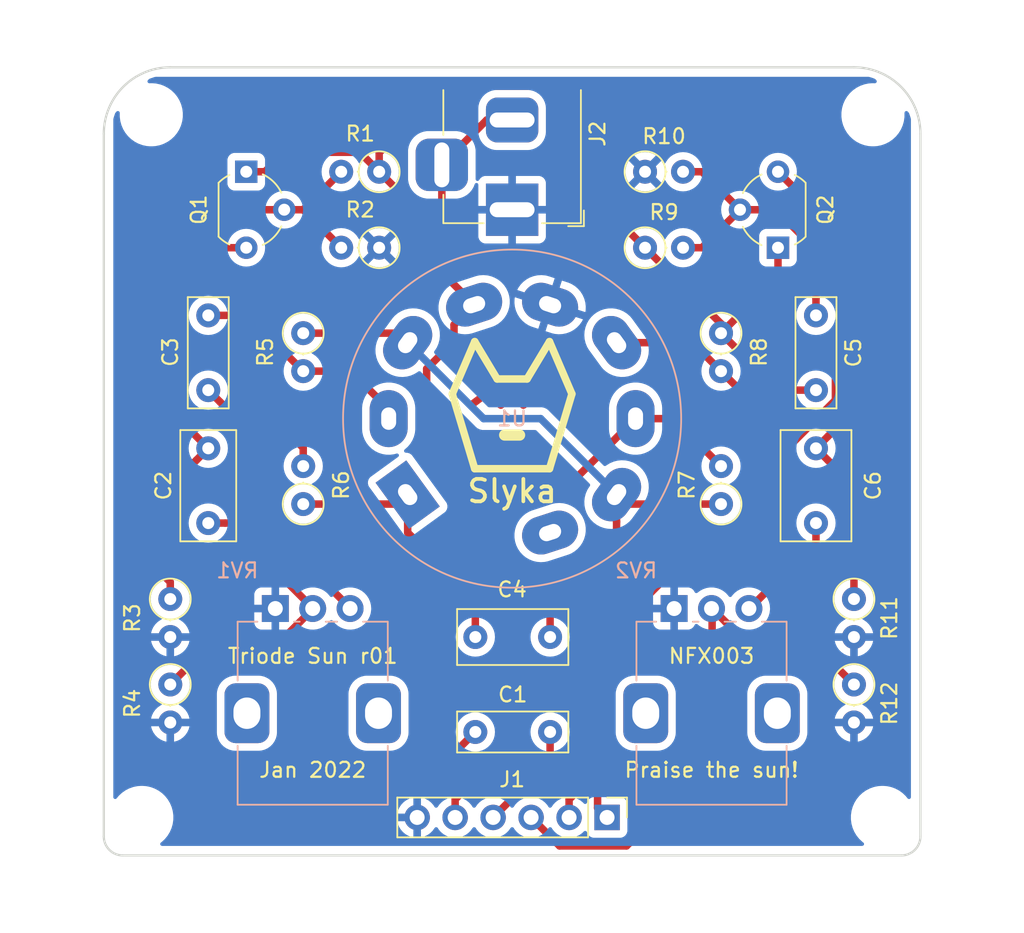
<source format=kicad_pcb>
(kicad_pcb (version 20211014) (generator pcbnew)
  (title_block (title "Triode Sun") (date "2022-01-21") (rev "${REVISION}") (company "${COMPANY}") (comment 1 "${LICENSE}"))
  (layers (0 "F.Cu" signal) (31 "B.Cu" signal) (36 "B.SilkS" user "B.Silkscreen") (37 "F.SilkS" user "F.Silkscreen") (38 "B.Mask" user) (39 "F.Mask" user) (44 "Edge.Cuts" user))
  (property "CODE" "NFX003")
  (property "COMPANY" "Nuclear Lighthouse Studios")
  (property "DATE" "Jan 2022")
  (property "LICENSE" "CC BY-NC-SA")
  (property "REVISION" "r01")
  (property "YEAR" "2022")
  (net 0 "")
  (net 1 "GND")
  (net 2 "+9V")
  (net 3 "Input")
  (net 4 "Output")
  (net 5 "+9VA")
  (net 6 "Net-(C1-Pad1)")
  (net 7 "Net-(C2-Pad2)")
  (net 8 "Net-(C2-Pad1)")
  (net 9 "Net-(C3-Pad2)")
  (net 10 "Net-(C3-Pad1)")
  (net 11 "Net-(C4-Pad1)")
  (net 12 "Net-(C5-Pad1)")
  (net 13 "Net-(C6-Pad2)")
  (net 14 "Net-(C6-Pad1)")
  (net 15 "Net-(C5-Pad2)")
  (net 16 "Net-(C4-Pad2)")
  (net 17 "-9VA")
  (footprint "NLS:BarrelJack_Horizontal_Short" (layer "F.Cu") (at 115.57 62.865 -90)
    (fp_text reference "J2" (at -5.08 -5.715 -90) (layer "F.SilkS"))
    (fp_text value "Barrel_Jack_Switch")
    (fp_line (start -5 4.6) (end -8 4.6) (layer "F.SilkS") (width 0.12))
    (fp_line (start 0.9 4.6) (end -1 4.6) (layer "F.SilkS") (width 0.12))
    (fp_line (start 0.05 -4.8) (end 1.1 -4.8) (layer "F.SilkS") (width 0.12))
    (fp_line (start 0.9 -4.6) (end 0.9 -2) (layer "F.SilkS") (width 0.12))
    (fp_line (start -8 -4.6) (end 0.9 -4.6) (layer "F.SilkS") (width 0.12))
    (fp_line (start 0.9 1.9) (end 0.9 4.6) (layer "F.SilkS") (width 0.12))
    (fp_line (start 1.1 -3.75) (end 1.1 -4.8) (layer "F.SilkS") (width 0.12))
    (pad "1" thru_hole rect locked (at 0 0 270) (size 3.5 3.5) (drill oval 1 3) (layers *.Cu *.Mask) (net 1 "GND"))
    (pad "2" thru_hole roundrect locked (at -6 0 270) (size 3 3.5) (drill oval 1 3) (layers *.Cu *.Mask) (net 2 "+9V"))
    (pad "3" thru_hole roundrect locked (at -3 4.7 270) (size 3.5 3.5) (drill oval 3 1) (layers *.Cu *.Mask) (net 2 "+9V"))
  )
  (footprint "Connector_PinHeader_2.54mm:PinHeader_1x06_P2.54mm_Vertical" (layer "F.Cu") (at 121.92 103.505 -90)
    (fp_text reference "J1" (at -2.54 6.35 180) (layer "F.SilkS"))
    (fp_text value "Conn_01x06_Female")
    (fp_line (start -1.33 1.27) (end 1.33 1.27) (layer "F.SilkS") (width 0.12))
    (fp_line (start -1.33 0) (end -1.33 -1.33) (layer "F.SilkS") (width 0.12))
    (fp_line (start -1.33 14.03) (end 1.33 14.03) (layer "F.SilkS") (width 0.12))
    (fp_line (start -1.33 -1.33) (end 0 -1.33) (layer "F.SilkS") (width 0.12))
    (fp_line (start -1.33 1.27) (end -1.33 14.03) (layer "F.SilkS") (width 0.12))
    (fp_line (start 1.33 1.27) (end 1.33 14.03) (layer "F.SilkS") (width 0.12))
    (pad "1" thru_hole rect (at 0 0 270) (size 1.7 1.7) (drill 1) (layers *.Cu *.Mask) (net 5 "+9VA"))
    (pad "2" thru_hole oval (at 0 2.54 270) (size 1.7 1.7) (drill 1) (layers *.Cu *.Mask) (net 17 "-9VA"))
    (pad "3" thru_hole oval (at 0 5.08 270) (size 1.7 1.7) (drill 1) (layers *.Cu *.Mask) (net 4 "Output"))
    (pad "4" thru_hole oval (at 0 7.62 270) (size 1.7 1.7) (drill 1) (layers *.Cu *.Mask) (net 3 "Input"))
    (pad "5" thru_hole oval (at 0 10.16 270) (size 1.7 1.7) (drill 1) (layers *.Cu *.Mask) (net 2 "+9V"))
    (pad "6" thru_hole oval (at 0 12.7 270) (size 1.7 1.7) (drill 1) (layers *.Cu *.Mask) (net 1 "GND"))
  )
  (footprint "MountingHole:MountingHole_3.2mm_M3" (layer "F.Cu") (at 91.44 56.515)
    (fp_text reference "REF**" hide)
    (fp_text value "MountingHole_3.2mm_M3")
    (pad "" np_thru_hole circle locked (at 0 0) (size 3.2 3.2) (drill 3.2) (layers *.Cu *.Mask))
  )
  (footprint "MountingHole:MountingHole_3.2mm_M3" (layer "F.Cu") (at 139.7 56.515)
    (fp_text reference "REF**" hide)
    (fp_text value "MountingHole_3.2mm_M3")
    (pad "" np_thru_hole circle locked (at 0 0) (size 3.2 3.2) (drill 3.2) (layers *.Cu *.Mask))
  )
  (footprint "MountingHole:MountingHole_3.2mm_M3" (layer "F.Cu") (at 140.335 103.505)
    (fp_text reference "REF**" hide)
    (fp_text value "MountingHole_3.2mm_M3")
    (pad "" np_thru_hole circle locked (at 0 0) (size 3.2 3.2) (drill 3.2) (layers *.Cu *.Mask))
  )
  (footprint "MountingHole:MountingHole_3.2mm_M3" (layer "F.Cu") (at 90.805 103.505)
    (fp_text reference "REF**" hide)
    (fp_text value "MountingHole_3.2mm_M3")
    (pad "" np_thru_hole circle locked (at 0 0) (size 3.2 3.2) (drill 3.2) (layers *.Cu *.Mask))
  )
  (footprint "Resistor_THT:R_Axial_DIN0207_L6.3mm_D2.5mm_P2.54mm_Vertical" (layer "F.Cu") (at 92.71 88.9 -90)
    (fp_text reference "R3" (at 1.27 2.54 90) (layer "F.SilkS"))
    (fp_text value "10k")
    (fp_line (start 1.37 0) (end 1.44 0) (layer "F.SilkS") (width 0.12))
    (fp_circle (center 0 0) (end 1.37 0) (layer "F.SilkS") (width 0.12) (fill none))
    (pad "1" thru_hole circle (at 0 0 270) (size 1.6 1.6) (drill 0.8) (layers *.Cu *.Mask) (net 7 "Net-(C2-Pad2)"))
    (pad "2" thru_hole oval (at 2.54 0 270) (size 1.6 1.6) (drill 0.8) (layers *.Cu *.Mask) (net 1 "GND"))
  )
  (footprint "Capacitor_THT:C_Rect_L7.2mm_W3.5mm_P5.00mm_FKS2_FKP2_MKS2_MKP2" (layer "F.Cu") (at 118.11 91.44 180)
    (fp_text reference "C4" (at 2.54 3.175) (layer "F.SilkS"))
    (fp_text value "470n")
    (fp_line (start -1.22 -1.87) (end -1.22 1.87) (layer "F.SilkS") (width 0.12))
    (fp_line (start 6.22 -1.87) (end 6.22 1.87) (layer "F.SilkS") (width 0.12))
    (fp_line (start -1.22 1.87) (end 6.22 1.87) (layer "F.SilkS") (width 0.12))
    (fp_line (start -1.22 -1.87) (end 6.22 -1.87) (layer "F.SilkS") (width 0.12))
    (pad "1" thru_hole circle (at 0 0 180) (size 1.6 1.6) (drill 0.8) (layers *.Cu *.Mask) (net 11 "Net-(C4-Pad1)"))
    (pad "2" thru_hole circle (at 5 0 180) (size 1.6 1.6) (drill 0.8) (layers *.Cu *.Mask) (net 16 "Net-(C4-Pad2)"))
  )
  (footprint "Capacitor_THT:C_Rect_L7.2mm_W2.5mm_P5.00mm_FKS2_FKP2_MKS2_MKP2" (layer "F.Cu") (at 113.11 97.79)
    (fp_text reference "C1" (at 2.5 -2.5) (layer "F.SilkS"))
    (fp_text value "100n")
    (fp_line (start -1.22 -1.37) (end -1.22 1.37) (layer "F.SilkS") (width 0.12))
    (fp_line (start -1.22 -1.37) (end 6.22 -1.37) (layer "F.SilkS") (width 0.12))
    (fp_line (start -1.22 1.37) (end 6.22 1.37) (layer "F.SilkS") (width 0.12))
    (fp_line (start 6.22 -1.37) (end 6.22 1.37) (layer "F.SilkS") (width 0.12))
    (pad "1" thru_hole circle (at 0 0) (size 1.6 1.6) (drill 0.8) (layers *.Cu *.Mask) (net 6 "Net-(C1-Pad1)"))
    (pad "2" thru_hole circle (at 5 0) (size 1.6 1.6) (drill 0.8) (layers *.Cu *.Mask) (net 3 "Input"))
  )
  (footprint "Capacitor_THT:C_Rect_L7.2mm_W3.5mm_P5.00mm_FKS2_FKP2_MKS2_MKP2" (layer "F.Cu") (at 95.25 83.82 90)
    (fp_text reference "C2" (at 2.5 -3 90) (layer "F.SilkS"))
    (fp_text value "470n")
    (fp_line (start -1.22 -1.87) (end -1.22 1.87) (layer "F.SilkS") (width 0.12))
    (fp_line (start 6.22 -1.87) (end 6.22 1.87) (layer "F.SilkS") (width 0.12))
    (fp_line (start -1.22 1.87) (end 6.22 1.87) (layer "F.SilkS") (width 0.12))
    (fp_line (start -1.22 -1.87) (end 6.22 -1.87) (layer "F.SilkS") (width 0.12))
    (pad "1" thru_hole circle (at 0 0 90) (size 1.6 1.6) (drill 0.8) (layers *.Cu *.Mask) (net 8 "Net-(C2-Pad1)"))
    (pad "2" thru_hole circle (at 5 0 90) (size 1.6 1.6) (drill 0.8) (layers *.Cu *.Mask) (net 7 "Net-(C2-Pad2)"))
  )
  (footprint "Capacitor_THT:C_Rect_L7.2mm_W4.5mm_P5.00mm_FKS2_FKP2_MKS2_MKP2" (layer "F.Cu") (at 135.89 83.82 90)
    (fp_text reference "C6" (at 2.5 3.81 90) (layer "F.SilkS"))
    (fp_text value "1µ")
    (fp_line (start -1.22 2.37) (end 6.22 2.37) (layer "F.SilkS") (width 0.12))
    (fp_line (start -1.22 -2.37) (end 6.22 -2.37) (layer "F.SilkS") (width 0.12))
    (fp_line (start -1.22 -2.37) (end -1.22 2.37) (layer "F.SilkS") (width 0.12))
    (fp_line (start 6.22 -2.37) (end 6.22 2.37) (layer "F.SilkS") (width 0.12))
    (pad "1" thru_hole circle (at 0 0 90) (size 1.6 1.6) (drill 0.8) (layers *.Cu *.Mask) (net 14 "Net-(C6-Pad1)"))
    (pad "2" thru_hole circle (at 5 0 90) (size 1.6 1.6) (drill 0.8) (layers *.Cu *.Mask) (net 13 "Net-(C6-Pad2)"))
  )
  (footprint "Package_TO_SOT_THT:TO-92_Wide" (layer "F.Cu") (at 97.79 60.325 -90)
    (fp_text reference "Q1" (at 2.54 3.175 90) (layer "F.SilkS"))
    (fp_text value "BC547")
    (fp_line (start 0.74 1.85) (end 4.34 1.85) (layer "F.SilkS") (width 0.12))
    (fp_arc (start 4.864184 1.122795) (mid 4.633903 1.509328) (end 4.34 1.85) (layer "F.SilkS") (width 0.12))
    (fp_arc (start 0.74 1.85) (mid 0.446097 1.509328) (end 0.215816 1.122795) (layer "F.SilkS") (width 0.12))
    (fp_arc (start 3.65 -2.35) (mid 4.382279 -1.833196) (end 4.895458 -1.098371) (layer "F.SilkS") (width 0.12))
    (fp_arc (start 0.172801 -1.103842) (mid 0.678995 -1.832692) (end 1.4 -2.35) (layer "F.SilkS") (width 0.12))
    (pad "1" thru_hole rect (at 0 0 270) (size 1.5 1.5) (drill 0.8) (layers *.Cu *.Mask) (net 5 "+9VA"))
    (pad "2" thru_hole circle (at 2.54 -2.54 270) (size 1.5 1.5) (drill 0.8) (layers *.Cu *.Mask) (net 6 "Net-(C1-Pad1)"))
    (pad "3" thru_hole circle (at 5.08 0 270) (size 1.5 1.5) (drill 0.8) (layers *.Cu *.Mask) (net 7 "Net-(C2-Pad2)"))
  )
  (footprint "Resistor_THT:R_Axial_DIN0207_L6.3mm_D2.5mm_P2.54mm_Vertical" (layer "F.Cu") (at 106.68 60.325 180)
    (fp_text reference "R1" (at 1.27 2.54) (layer "F.SilkS"))
    (fp_text value "1M")
    (fp_line (start 1.37 0) (end 1.44 0) (layer "F.SilkS") (width 0.12))
    (fp_circle (center 0 0) (end 1.37 0) (layer "F.SilkS") (width 0.12) (fill none))
    (pad "1" thru_hole circle (at 0 0 180) (size 1.6 1.6) (drill 0.8) (layers *.Cu *.Mask) (net 5 "+9VA"))
    (pad "2" thru_hole oval (at 2.54 0 180) (size 1.6 1.6) (drill 0.8) (layers *.Cu *.Mask) (net 6 "Net-(C1-Pad1)"))
  )
  (footprint "Resistor_THT:R_Axial_DIN0207_L6.3mm_D2.5mm_P2.54mm_Vertical" (layer "F.Cu") (at 106.68 65.405 180)
    (fp_text reference "R2" (at 1.27 2.54) (layer "F.SilkS"))
    (fp_text value "1M")
    (fp_line (start 1.37 0) (end 1.44 0) (layer "F.SilkS") (width 0.12))
    (fp_circle (center 0 0) (end 1.37 0) (layer "F.SilkS") (width 0.12) (fill none))
    (pad "1" thru_hole circle (at 0 0 180) (size 1.6 1.6) (drill 0.8) (layers *.Cu *.Mask) (net 1 "GND"))
    (pad "2" thru_hole oval (at 2.54 0 180) (size 1.6 1.6) (drill 0.8) (layers *.Cu *.Mask) (net 6 "Net-(C1-Pad1)"))
  )
  (footprint "Resistor_THT:R_Axial_DIN0207_L6.3mm_D2.5mm_P2.54mm_Vertical" (layer "F.Cu") (at 101.6 71.12 -90)
    (fp_text reference "R5" (at 1.27 2.54 90) (layer "F.SilkS"))
    (fp_text value "1M")
    (fp_line (start 1.37 0) (end 1.44 0) (layer "F.SilkS") (width 0.12))
    (fp_circle (center 0 0) (end 1.37 0) (layer "F.SilkS") (width 0.12) (fill none))
    (pad "1" thru_hole circle (at 0 0 270) (size 1.6 1.6) (drill 0.8) (layers *.Cu *.Mask) (net 17 "-9VA"))
    (pad "2" thru_hole oval (at 2.54 0 270) (size 1.6 1.6) (drill 0.8) (layers *.Cu *.Mask) (net 10 "Net-(C3-Pad1)"))
  )
  (footprint "Resistor_THT:R_Axial_DIN0207_L6.3mm_D2.5mm_P2.54mm_Vertical" (layer "F.Cu") (at 129.54 71.12 -90)
    (fp_text reference "R8" (at 1.27 -2.54 90) (layer "F.SilkS"))
    (fp_text value "100K")
    (fp_line (start 1.37 0) (end 1.44 0) (layer "F.SilkS") (width 0.12))
    (fp_circle (center 0 0) (end 1.37 0) (layer "F.SilkS") (width 0.12) (fill none))
    (pad "1" thru_hole circle (at 0 0 270) (size 1.6 1.6) (drill 0.8) (layers *.Cu *.Mask) (net 5 "+9VA"))
    (pad "2" thru_hole oval (at 2.54 0 270) (size 1.6 1.6) (drill 0.8) (layers *.Cu *.Mask) (net 15 "Net-(C5-Pad2)"))
  )
  (footprint "Resistor_THT:R_Axial_DIN0207_L6.3mm_D2.5mm_P2.54mm_Vertical" (layer "F.Cu") (at 138.43 94.615 -90)
    (fp_text reference "R12" (at 1.27 -2.37 90) (layer "F.SilkS"))
    (fp_text value "39k")
    (fp_line (start 1.37 0) (end 1.44 0) (layer "F.SilkS") (width 0.12))
    (fp_circle (center 0 0) (end 1.37 0) (layer "F.SilkS") (width 0.12) (fill none))
    (pad "1" thru_hole circle (at 0 0 270) (size 1.6 1.6) (drill 0.8) (layers *.Cu *.Mask) (net 4 "Output"))
    (pad "2" thru_hole oval (at 2.54 0 270) (size 1.6 1.6) (drill 0.8) (layers *.Cu *.Mask) (net 1 "GND"))
  )
  (footprint "logos:foxlogo" (layer "F.Cu") (at 115.57 75.184)
    (fp_text reference "REF**" hide)
    (fp_text value "foxlogo")
    (fp_text user "Slyka" (at 0 6.5) (layer "F.SilkS") (effects (font (size 1.5 1.5) (thickness 0.25))))
    (fp_line (start -1.75 0) (end -0.75 0.75) (layer "F.Cu") (width 0.5))
    (fp_line (start 1.75 0) (end 2.75 0.75) (layer "F.Cu") (width 0.5))
    (fp_line (start -2.75 0.75) (end -1.75 0) (layer "F.Cu") (width 0.5))
    (fp_line (start 0.75 0.75) (end 1.75 0) (layer "F.Cu") (width 0.5))
    (fp_line (start 2.5 5) (end 4 0) (layer "F.SilkS") (width 0.5))
    (fp_line (start -4 0) (end -2.5 5) (layer "F.SilkS") (width 0.5))
    (fp_line (start -2.5 5) (end 2.5 5) (layer "F.SilkS") (width 0.5))
    (fp_line (start -1 -1) (end -2.5 -3.5) (layer "F.SilkS") (width 0.5))
    (fp_line (start 2.5 -3.5) (end 4 0) (layer "F.SilkS") (width 0.5))
    (fp_line (start -1 -1) (end 1 -1) (layer "F.SilkS") (width 0.5))
    (fp_line (start -0.5 2.75) (end 0.5 2.75) (layer "F.SilkS") (width 0.75))
    (fp_line (start 1 -1) (end 2.5 -3.5) (layer "F.SilkS") (width 0.5))
    (fp_line (start -2.5 -3.5) (end -4 0) (layer "F.SilkS") (width 0.5))
  )
  (footprint "Capacitor_THT:C_Rect_L7.2mm_W2.5mm_P5.00mm_FKS2_FKP2_MKS2_MKP2" (layer "F.Cu") (at 95.25 69.93 -90)
    (fp_text reference "C3" (at 2.46 2.54 90) (layer "F.SilkS"))
    (fp_text value "100n")
    (fp_line (start -1.22 -1.37) (end -1.22 1.37) (layer "F.SilkS") (width 0.12))
    (fp_line (start -1.22 1.37) (end 6.22 1.37) (layer "F.SilkS") (width 0.12))
    (fp_line (start 6.22 -1.37) (end 6.22 1.37) (layer "F.SilkS") (width 0.12))
    (fp_line (start -1.22 -1.37) (end 6.22 -1.37) (layer "F.SilkS") (width 0.12))
    (pad "1" thru_hole circle (at 0 0 270) (size 1.6 1.6) (drill 0.8) (layers *.Cu *.Mask) (net 10 "Net-(C3-Pad1)"))
    (pad "2" thru_hole circle (at 5 0 270) (size 1.6 1.6) (drill 0.8) (layers *.Cu *.Mask) (net 9 "Net-(C3-Pad2)"))
  )
  (footprint "Capacitor_THT:C_Rect_L7.2mm_W2.5mm_P5.00mm_FKS2_FKP2_MKS2_MKP2" (layer "F.Cu") (at 135.89 69.93 -90)
    (fp_text reference "C5" (at 2.5 -2.5 90) (layer "F.SilkS"))
    (fp_text value "100n")
    (fp_line (start -1.22 1.37) (end 6.22 1.37) (layer "F.SilkS") (width 0.12))
    (fp_line (start -1.22 -1.37) (end 6.22 -1.37) (layer "F.SilkS") (width 0.12))
    (fp_line (start -1.22 -1.37) (end -1.22 1.37) (layer "F.SilkS") (width 0.12))
    (fp_line (start 6.22 -1.37) (end 6.22 1.37) (layer "F.SilkS") (width 0.12))
    (pad "1" thru_hole circle (at 0 0 270) (size 1.6 1.6) (drill 0.8) (layers *.Cu *.Mask) (net 12 "Net-(C5-Pad1)"))
    (pad "2" thru_hole circle (at 5 0 270) (size 1.6 1.6) (drill 0.8) (layers *.Cu *.Mask) (net 15 "Net-(C5-Pad2)"))
  )
  (footprint "Package_TO_SOT_THT:TO-92_Wide" (layer "F.Cu") (at 133.35 65.405 90)
    (fp_text reference "Q2" (at 2.54 3.175 90) (layer "F.SilkS"))
    (fp_text value "BC547")
    (fp_line (start 0.74 1.85) (end 4.34 1.85) (layer "F.SilkS") (width 0.12))
    (fp_arc (start 0.172801 -1.103842) (mid 0.678995 -1.832692) (end 1.4 -2.35) (layer "F.SilkS") (width 0.12))
    (fp_arc (start 3.65 -2.35) (mid 4.382279 -1.833196) (end 4.895458 -1.098371) (layer "F.SilkS") (width 0.12))
    (fp_arc (start 4.864184 1.122795) (mid 4.633903 1.509328) (end 4.34 1.85) (layer "F.SilkS") (width 0.12))
    (fp_arc (start 0.74 1.85) (mid 0.446097 1.509328) (end 0.215816 1.122795) (layer "F.SilkS") (width 0.12))
    (pad "1" thru_hole rect (at 0 0 90) (size 1.5 1.5) (drill 0.8) (layers *.Cu *.Mask) (net 5 "+9VA"))
    (pad "2" thru_hole circle (at 2.54 -2.54 90) (size 1.5 1.5) (drill 0.8) (layers *.Cu *.Mask) (net 12 "Net-(C5-Pad1)"))
    (pad "3" thru_hole circle (at 5.08 0 90) (size 1.5 1.5) (drill 0.8) (layers *.Cu *.Mask) (net 13 "Net-(C6-Pad2)"))
  )
  (footprint "Resistor_THT:R_Axial_DIN0207_L6.3mm_D2.5mm_P2.54mm_Vertical" (layer "F.Cu") (at 124.46 65.405)
    (fp_text reference "R9" (at 1.27 -2.37) (layer "F.SilkS"))
    (fp_text value "1M")
    (fp_line (start 1.37 0) (end 1.44 0) (layer "F.SilkS") (width 0.12))
    (fp_circle (center 0 0) (end 1.37 0) (layer "F.SilkS") (width 0.12) (fill none))
    (pad "1" thru_hole circle (at 0 0) (size 1.6 1.6) (drill 0.8) (layers *.Cu *.Mask) (net 5 "+9VA"))
    (pad "2" thru_hole oval (at 2.54 0) (size 1.6 1.6) (drill 0.8) (layers *.Cu *.Mask) (net 12 "Net-(C5-Pad1)"))
  )
  (footprint "Resistor_THT:R_Axial_DIN0207_L6.3mm_D2.5mm_P2.54mm_Vertical" (layer "F.Cu") (at 124.46 60.325)
    (fp_text reference "R10" (at 1.27 -2.37) (layer "F.SilkS"))
    (fp_text value "1M")
    (fp_line (start 1.37 0) (end 1.44 0) (layer "F.SilkS") (width 0.12))
    (fp_circle (center 0 0) (end 1.37 0) (layer "F.SilkS") (width 0.12) (fill none))
    (pad "1" thru_hole circle (at 0 0) (size 1.6 1.6) (drill 0.8) (layers *.Cu *.Mask) (net 1 "GND"))
    (pad "2" thru_hole oval (at 2.54 0) (size 1.6 1.6) (drill 0.8) (layers *.Cu *.Mask) (net 12 "Net-(C5-Pad1)"))
  )
  (footprint "Resistor_THT:R_Axial_DIN0207_L6.3mm_D2.5mm_P2.54mm_Vertical" (layer "F.Cu") (at 138.43 88.9 -90)
    (fp_text reference "R11" (at 1.27 -2.37 90) (layer "F.SilkS"))
    (fp_text value "10k")
    (fp_line (start 1.37 0) (end 1.44 0) (layer "F.SilkS") (width 0.12))
    (fp_circle (center 0 0) (end 1.37 0) (layer "F.SilkS") (width 0.12) (fill none))
    (pad "1" thru_hole circle (at 0 0 270) (size 1.6 1.6) (drill 0.8) (layers *.Cu *.Mask) (net 13 "Net-(C6-Pad2)"))
    (pad "2" thru_hole oval (at 2.54 0 270) (size 1.6 1.6) (drill 0.8) (layers *.Cu *.Mask) (net 1 "GND"))
  )
  (footprint "Resistor_THT:R_Axial_DIN0207_L6.3mm_D2.5mm_P2.54mm_Vertical" (layer "F.Cu") (at 92.71 94.615 -90)
    (fp_text reference "R4" (at 1.27 2.54 90) (layer "F.SilkS"))
    (fp_text value "39k")
    (fp_line (start 1.37 0) (end 1.44 0) (layer "F.SilkS") (width 0.12))
    (fp_circle (center 0 0) (end 1.37 0) (layer "F.SilkS") (width 0.12) (fill none))
    (pad "1" thru_hole circle (at 0 0 270) (size 1.6 1.6) (drill 0.8) (layers *.Cu *.Mask) (net 9 "Net-(C3-Pad2)"))
    (pad "2" thru_hole oval (at 2.54 0 270) (size 1.6 1.6) (drill 0.8) (layers *.Cu *.Mask) (net 1 "GND"))
  )
  (footprint "Resistor_THT:R_Axial_DIN0207_L6.3mm_D2.5mm_P2.54mm_Vertical" (layer "F.Cu") (at 101.6 82.55 90)
    (fp_text reference "R6" (at 1.27 2.54 90) (layer "F.SilkS"))
    (fp_text value "390K")
    (fp_line (start 1.37 0) (end 1.44 0) (layer "F.SilkS") (width 0.12))
    (fp_circle (center 0 0) (end 1.37 0) (layer "F.SilkS") (width 0.12) (fill none))
    (pad "1" thru_hole circle (at 0 0 90) (size 1.6 1.6) (drill 0.8) (layers *.Cu *.Mask) (net 16 "Net-(C4-Pad2)"))
    (pad "2" thru_hole oval (at 2.54 0 90) (size 1.6 1.6) (drill 0.8) (layers *.Cu *.Mask) (net 5 "+9VA"))
  )
  (footprint "Resistor_THT:R_Axial_DIN0207_L6.3mm_D2.5mm_P2.54mm_Vertical" (layer "F.Cu") (at 129.54 82.55 90)
    (fp_text reference "R7" (at 1.27 -2.286 90) (layer "F.SilkS"))
    (fp_text value "390K")
    (fp_line (start 1.37 0) (end 1.44 0) (layer "F.SilkS") (width 0.12))
    (fp_circle (center 0 0) (end 1.37 0) (layer "F.SilkS") (width 0.12) (fill none))
    (pad "1" thru_hole circle (at 0 0 90) (size 1.6 1.6) (drill 0.8) (layers *.Cu *.Mask) (net 17 "-9VA"))
    (pad "2" thru_hole oval (at 2.54 0 90) (size 1.6 1.6) (drill 0.8) (layers *.Cu *.Mask) (net 11 "Net-(C4-Pad1)"))
  )
  (footprint "Potentiometer_THT:Potentiometer_Alps_RK09K_Single_Vertical" (layer "B.Cu") (at 99.735 89.535 -90)
    (fp_text reference "RV1" (at -2.54 2.54 180) (layer "B.SilkS") (effects (justify mirror)))
    (fp_text value "100k")
    (fp_line (start 0.88 -3.371) (end 0.88 -4.13) (layer "B.SilkS") (width 0.12))
    (fp_line (start 0.88 -7.52) (end 4.817 -7.52) (layer "B.SilkS") (width 0.12))
    (fp_line (start 0.88 -5.87) (end 0.88 -7.52) (layer "B.SilkS") (width 0.12))
    (fp_line (start 9.184 2.521) (end 13.12 2.521) (layer "B.SilkS") (width 0.12))
    (fp_line (start 0.88 2.521) (end 4.817 2.521) (layer "B.SilkS") (width 0.12))
    (fp_line (start 13.12 2.521) (end 13.12 -7.52) (layer "B.SilkS") (width 0.12))
    (fp_line (start 0.88 -1.25) (end 0.88 -1.63) (layer "B.SilkS") (width 0.12))
    (fp_line (start 0.88 2.521) (end 0.88 1.2) (layer "B.SilkS") (width 0.12))
    (fp_line (start 9.184 -7.52) (end 13.12 -7.52) (layer "B.SilkS") (width 0.12))
    (pad "1" thru_hole rect (at 0 0 270) (size 1.8 1.8) (drill 1) (layers *.Cu *.Mask) (net 1 "GND"))
    (pad "2" thru_hole circle (at 0 -2.5 270) (size 1.8 1.8) (drill 1) (layers *.Cu *.Mask) (net 9 "Net-(C3-Pad2)"))
    (pad "3" thru_hole circle (at 0 -5 270) (size 1.8 1.8) (drill 1) (layers *.Cu *.Mask) (net 8 "Net-(C2-Pad1)"))
    (pad "MP" thru_hole roundrect (at 7 1.9 270) (size 4 3) (drill oval 2.1 1.8) (layers *.Cu *.Mask))
    (pad "MP" thru_hole roundrect (at 7 -6.9 270) (size 4 3) (drill oval 2.1 1.8) (layers *.Cu *.Mask))
  )
  (footprint "Potentiometer_THT:Potentiometer_Alps_RK09K_Single_Vertical" (layer "B.Cu") (at 126.405 89.535 -90)
    (fp_text reference "RV2" (at -2.54 2.54 180) (layer "B.SilkS") (effects (justify mirror)))
    (fp_text value "100k")
    (fp_line (start 0.88 2.521) (end 4.817 2.521) (layer "B.SilkS") (width 0.12))
    (fp_line (start 13.12 2.521) (end 13.12 -7.52) (layer "B.SilkS") (width 0.12))
    (fp_line (start 0.88 2.521) (end 0.88 1.2) (layer "B.SilkS") (width 0.12))
    (fp_line (start 9.184 2.521) (end 13.12 2.521) (layer "B.SilkS") (width 0.12))
    (fp_line (start 0.88 -3.371) (end 0.88 -4.13) (layer "B.SilkS") (width 0.12))
    (fp_line (start 0.88 -1.25) (end 0.88 -1.63) (layer "B.SilkS") (width 0.12))
    (fp_line (start 9.184 -7.52) (end 13.12 -7.52) (layer "B.SilkS") (width 0.12))
    (fp_line (start 0.88 -5.87) (end 0.88 -7.52) (layer "B.SilkS") (width 0.12))
    (fp_line (start 0.88 -7.52) (end 4.817 -7.52) (layer "B.SilkS") (width 0.12))
    (pad "1" thru_hole rect (at 0 0 270) (size 1.8 1.8) (drill 1) (layers *.Cu *.Mask) (net 1 "GND"))
    (pad "2" thru_hole circle (at 0 -2.5 270) (size 1.8 1.8) (drill 1) (layers *.Cu *.Mask) (net 4 "Output"))
    (pad "3" thru_hole circle (at 0 -5 270) (size 1.8 1.8) (drill 1) (layers *.Cu *.Mask) (net 14 "Net-(C6-Pad1)"))
    (pad "MP" thru_hole roundrect (at 7 -6.9 270) (size 4 3) (drill oval 2.1 1.8) (layers *.Cu *.Mask))
    (pad "MP" thru_hole roundrect (at 7 1.9 270) (size 4 3) (drill oval 2.1 1.8) (layers *.Cu *.Mask))
  )
  (footprint "NLS:SOCKET-NOVAL" (layer "B.Cu") (at 107.95 81.915 180)
    (fp_text reference "U1" (at -7.62 5.08) (layer "B.SilkS") (effects (justify mirror)))
    (fp_text value "ECC82")
    (fp_circle (center -7.62 5.08) (end 1.63 -1.42) (layer "B.SilkS") (width 0.12) (fill none))
    (pad "1" thru_hole rect locked (at -0.635 0 216) (size 2.54 3.81) (drill oval 1 1.5) (layers *.Cu *.Mask) (net 16 "Net-(C4-Pad2)"))
    (pad "2" thru_hole oval locked (at 0.635 5.08 180) (size 2.54 3.81) (drill oval 1 1.5) (layers *.Cu *.Mask) (net 10 "Net-(C3-Pad1)"))
    (pad "3" thru_hole oval locked (at -0.635 10.16 144) (size 2.54 3.81) (drill oval 1 1.5) (layers *.Cu *.Mask) (net 17 "-9VA"))
    (pad "4" thru_hole oval locked (at -5.08 12.7 108) (size 2.54 3.81) (drill oval 1 1.5) (layers *.Cu *.Mask) (net 2 "+9V"))
    (pad "5" thru_hole oval locked (at -10.16 12.7 252) (size 2.54 3.81) (drill oval 1 1.5) (layers *.Cu *.Mask) (net 1 "GND"))
    (pad "6" thru_hole oval locked (at -14.605 10.16 216) (size 2.54 3.81) (drill oval 1 1.5) (layers *.Cu *.Mask) (net 15 "Net-(C5-Pad2)"))
    (pad "7" thru_hole oval locked (at -15.875 5.08 180) (size 2.54 3.81) (drill oval 1 1.5) (layers *.Cu *.Mask) (net 11 "Net-(C4-Pad1)"))
    (pad "8" thru_hole oval locked (at -14.605 0 144) (size 2.54 3.81) (drill oval 1 1.5) (layers *.Cu *.Mask) (net 17 "-9VA"))
    (pad "9" thru_hole oval locked (at -10.16 -2.54 108) (size 2.54 3.81) (drill oval 1 1.5) (layers *.Cu *.Mask))
  )
  (gr_line (start 141.605 106.045) (end 89.535 106.045) (layer "Edge.Cuts") (width 0.15))
  (gr_line (start 92.71 53.34) (end 138.43 53.34) (layer "Edge.Cuts") (width 0.15))
  (gr_arc (start 89.535 106.045) (mid 88.636974 105.673026) (end 88.265 104.775) (layer "Edge.Cuts") (width 0.15))
  (gr_line (start 88.265 104.775) (end 88.265 57.785) (layer "Edge.Cuts") (width 0.15))
  (gr_line (start 142.875 57.785) (end 142.875 104.775) (layer "Edge.Cuts") (width 0.15))
  (gr_arc (start 138.43 53.34) (mid 141.57309 54.64191) (end 142.875 57.785) (layer "Edge.Cuts") (width 0.15))
  (gr_arc (start 142.875 104.775) (mid 142.503026 105.673026) (end 141.605 106.045) (layer "Edge.Cuts") (width 0.15))
  (gr_arc (start 88.265 57.785) (mid 89.56691 54.64191) (end 92.71 53.34) (layer "Edge.Cuts") (width 0.15))
  (gr_text "${DATE}" (at 102.235 100.33) (layer "F.SilkS") (effects (font (size 1 1))))
  (gr_text "${CODE}" (at 128.905 92.71) (layer "F.SilkS") (effects (font (size 1 1))))
  (gr_text "Triode Sun ${REVISION}" (at 102.235 92.71) (layer "F.SilkS") (effects (font (size 1 1))))
  (gr_text "Praise the sun!" (at 128.905 100.33) (layer "F.SilkS") (effects (font (size 1 1))))
  (segment (start 110.87 59.865) (end 113.87 56.865) (width 0.5) (layer "F.Cu") (net 2))
  (segment (start 111.684804 85.014804) (end 115.57 88.9) (width 0.5) (layer "F.Cu") (net 2))
  (segment (start 111.684804 80.887304) (end 111.684804 85.014804) (width 0.5) (layer "F.Cu") (net 2))
  (segment (start 113.87 56.865) (end 115.57 56.865) (width 0.5) (layer "F.Cu") (net 2))
  (segment (start 113.03 69.215) (end 111.684804 70.560196) (width 0.5) (layer "F.Cu") (net 2))
  (segment (start 110.87 67.055) (end 113.03 69.215) (width 0.5) (layer "F.Cu") (net 2))
  (segment (start 115.57 98.487002) (end 111.76 102.297002) (width 0.5) (layer "F.Cu") (net 2))
  (segment (start 109.855 79.0575) (end 111.684804 80.887304) (width 0.5) (layer "F.Cu") (net 2))
  (segment (start 115.57 88.9) (end 115.57 98.487002) (width 0.5) (layer "F.Cu") (net 2))
  (segment (start 110.87 59.865) (end 110.87 67.055) (width 0.5) (layer "F.Cu") (net 2))
  (segment (start 111.684804 70.560196) (end 111.684804 71.671446) (width 0.5) (layer "F.Cu") (net 2))
  (segment (start 109.855 73.50125) (end 109.855 79.0575) (width 0.5) (layer "F.Cu") (net 2))
  (segment (start 111.684804 71.671446) (end 109.855 73.50125) (width 0.5) (layer "F.Cu") (net 2))
  (segment (start 111.76 102.297002) (end 111.76 103.505) (width 0.5) (layer "F.Cu") (net 2))
  (segment (start 118.11 97.79) (end 118.11 99.695) (width 0.5) (layer "F.Cu") (net 3))
  (segment (start 118.11 99.695) (end 114.3 103.505) (width 0.5) (layer "F.Cu") (net 3))
  (segment (start 136.525 92.71) (end 132.12 92.71) (width 0.5) (layer "F.Cu") (net 4))
  (segment (start 128.945 89.535) (end 128.945 95.835002) (width 0.5) (layer "F.Cu") (net 4))
  (segment (start 129.844999 90.434999) (end 128.945 89.535) (width 0.5) (layer "F.Cu") (net 4))
  (segment (start 123.220001 105.41) (end 128.945 99.685001) (width 0.5) (layer "F.Cu") (net 4))
  (segment (start 116.84 103.505) (end 118.745 105.41) (width 0.5) (layer "F.Cu") (net 4))
  (segment (start 128.945 99.685001) (end 128.945 95.835002) (width 0.5) (layer "F.Cu") (net 4))
  (segment (start 132.12 92.71) (end 129.844999 90.434999) (width 0.5) (layer "F.Cu") (net 4))
  (segment (start 138.43 94.615) (end 136.525 92.71) (width 0.5) (layer "F.Cu") (net 4))
  (segment (start 118.745 105.41) (end 123.220001 105.41) (width 0.5) (layer "F.Cu") (net 4))
  (segment (start 106.68 60.325) (end 108.585 62.23) (width 0.5) (layer "F.Cu") (net 5))
  (segment (start 121.92 103.505) (end 121.285 102.87) (width 0.5) (layer "F.Cu") (net 5))
  (segment (start 135.899501 72.39) (end 137.190001 73.6805) (width 0.5) (layer "F.Cu") (net 5))
  (segment (start 101.6 78.789501) (end 101.6 80.01) (width 0.5) (layer "F.Cu") (net 5))
  (segment (start 121.284994 92.031505) (end 121.284994 94.049315) (width 0.5) (layer "F.Cu") (net 5))
  (segment (start 121.92 62.865) (end 121.92 59.055) (width 0.5) (layer "F.Cu") (net 5))
  (segment (start 108.585 62.23) (end 108.585 66.04475) (width 0.5) (layer "F.Cu") (net 5))
  (segment (start 97.79 60.325) (end 99.04 60.325) (width 0.5) (layer "F.Cu") (net 5))
  (segment (start 117.475 54.61) (end 111.125 54.61) (width 0.5) (layer "F.Cu") (net 5))
  (segment (start 121.92 59.055) (end 117.475 54.61) (width 0.5) (layer "F.Cu") (net 5))
  (segment (start 93.98 67.945) (end 93.345 68.58) (width 0.5) (layer "F.Cu") (net 5))
  (segment (start 133.35 67.31) (end 133.35 65.405) (width 0.5) (layer "F.Cu") (net 5))
  (segment (start 124.46 65.405) (end 121.92 62.865) (width 0.5) (layer "F.Cu") (net 5))
  (segment (start 121.284994 94.049315) (end 121.284994 94.615) (width 0.5) (layer "F.Cu") (net 5))
  (segment (start 106.68475 67.945) (end 93.98 67.945) (width 0.5) (layer "F.Cu") (net 5))
  (segment (start 108.585 66.04475) (end 106.68475 67.945) (width 0.5) (layer "F.Cu") (net 5))
  (segment (start 130.81 72.39) (end 135.899501 72.39) (width 0.5) (layer "F.Cu") (net 5))
  (segment (start 137.190001 75.595997) (end 132.08 80.705998) (width 0.5) (layer "F.Cu") (net 5))
  (segment (start 121.285 94.615006) (end 121.284994 94.615) (width 0.5) (layer "F.Cu") (net 5))
  (segment (start 124.46 65.405) (end 129.54 70.485) (width 0.5) (layer "F.Cu") (net 5))
  (segment (start 121.285 102.87) (end 121.285 94.615006) (width 0.5) (layer "F.Cu") (net 5))
  (segment (start 111.125 54.61) (end 106.68 59.055) (width 0.5) (layer "F.Cu") (net 5))
  (segment (start 137.190001 73.6805) (end 137.190001 75.595997) (width 0.5) (layer "F.Cu") (net 5))
  (segment (start 129.54 70.485) (end 129.54 71.12) (width 0.5) (layer "F.Cu") (net 5))
  (segment (start 93.345 70.534501) (end 101.6 78.789501) (width 0.5) (layer "F.Cu") (net 5))
  (segment (start 130.175 86.995) (end 126.321499 86.995) (width 0.5) (layer "F.Cu") (net 5))
  (segment (start 99.04 60.325) (end 100.340001 59.024999) (width 0.5) (layer "F.Cu") (net 5))
  (segment (start 132.08 85.09) (end 130.175 86.995) (width 0.5) (layer "F.Cu") (net 5))
  (segment (start 129.54 71.12) (end 133.35 67.31) (width 0.5) (layer "F.Cu") (net 5))
  (segment (start 129.54 71.12) (end 130.81 72.39) (width 0.5) (layer "F.Cu") (net 5))
  (segment (start 105.379999 59.024999) (end 105.880001 59.525001) (width 0.5) (layer "F.Cu") (net 5))
  (segment (start 105.880001 59.525001) (end 106.68 60.325) (width 0.5) (layer "F.Cu") (net 5))
  (segment (start 93.345 68.58) (end 93.345 70.534501) (width 0.5) (layer "F.Cu") (net 5))
  (segment (start 106.68 59.055) (end 106.68 60.325) (width 0.5) (layer "F.Cu") (net 5))
  (segment (start 100.340001 59.024999) (end 105.379999 59.024999) (width 0.5) (layer "F.Cu") (net 5))
  (segment (start 126.321499 86.995) (end 121.284994 92.031505) (width 0.5) (layer "F.Cu") (net 5))
  (segment (start 132.08 80.705998) (end 132.08 85.09) (width 0.5) (layer "F.Cu") (net 5))
  (segment (start 93.98 62.865) (end 90.17 66.675) (width 0.5) (layer "F.Cu") (net 6))
  (segment (start 111.205 99.695) (end 113.11 97.79) (width 0.5) (layer "F.Cu") (net 6))
  (segment (start 101.6 62.865) (end 104.14 60.325) (width 0.5) (layer "F.Cu") (net 6))
  (segment (start 92.382999 99.695) (end 111.205 99.695) (width 0.5) (layer "F.Cu") (net 6))
  (segment (start 90.17 97.482001) (end 92.382999 99.695) (width 0.5) (layer "F.Cu") (net 6))
  (segment (start 100.33 62.865) (end 93.98 62.865) (width 0.5) (layer "F.Cu") (net 6))
  (segment (start 101.6 62.865) (end 104.14 65.405) (width 0.5) (layer "F.Cu") (net 6))
  (segment (start 90.17 66.675) (end 90.17 97.482001) (width 0.5) (layer "F.Cu") (net 6))
  (segment (start 100.33 62.865) (end 101.6 62.865) (width 0.5) (layer "F.Cu") (net 6))
  (segment (start 95.25 65.405) (end 92.075 68.58) (width 0.5) (layer "F.Cu") (net 7))
  (segment (start 92.075 68.58) (end 92.075 75.645) (width 0.5) (layer "F.Cu") (net 7))
  (segment (start 94.450001 79.619999) (end 95.25 78.82) (width 0.5) (layer "F.Cu") (net 7))
  (segment (start 92.71 87.76863) (end 92.075 87.13363) (width 0.5) (layer "F.Cu") (net 7))
  (segment (start 92.075 87.13363) (end 92.075 81.995) (width 0.5) (layer "F.Cu") (net 7))
  (segment (start 97.79 65.405) (end 95.25 65.405) (width 0.5) (layer "F.Cu") (net 7))
  (segment (start 92.075 75.645) (end 95.25 78.82) (width 0.5) (layer "F.Cu") (net 7))
  (segment (start 92.71 88.9) (end 92.71 87.76863) (width 0.5) (layer "F.Cu") (net 7))
  (segment (start 92.075 81.995) (end 94.450001 79.619999) (width 0.5) (layer "F.Cu") (net 7))
  (segment (start 99.06 83.82) (end 96.38137 83.82) (width 0.5) (layer "F.Cu") (net 8))
  (segment (start 104.775 89.535) (end 99.06 83.82) (width 0.5) (layer "F.Cu") (net 8))
  (segment (start 96.38137 83.82) (end 95.25 83.82) (width 0.5) (layer "F.Cu") (net 8))
  (segment (start 97.155 76.835) (end 96.049999 75.729999) (width 0.5) (layer "F.Cu") (net 9))
  (segment (start 99.1 92.71) (end 101.375001 90.434999) (width 0.5) (layer "F.Cu") (net 9))
  (segment (start 94.615 92.71) (end 99.1 92.71) (width 0.5) (layer "F.Cu") (net 9))
  (segment (start 97.155 79.375) (end 97.155 76.835) (width 0.5) (layer "F.Cu") (net 9))
  (segment (start 101.375001 90.434999) (end 102.275 89.535) (width 0.5) (layer "F.Cu") (net 9))
  (segment (start 94.615 85.725) (end 93.345 84.455) (width 0.5) (layer "F.Cu") (net 9))
  (segment (start 92.71 94.615) (end 94.615 92.71) (width 0.5) (layer "F.Cu") (net 9))
  (segment (start 102.275 89.535) (end 98.465 85.725) (width 0.5) (layer "F.Cu") (net 9))
  (segment (start 98.465 85.725) (end 94.615 85.725) (width 0.5) (layer "F.Cu") (net 9))
  (segment (start 96.049999 75.729999) (end 95.25 74.93) (width 0.5) (layer "F.Cu") (net 9))
  (segment (start 93.345 83.185) (end 97.155 79.375) (width 0.5) (layer "F.Cu") (net 9))
  (segment (start 93.345 84.455) (end 93.345 83.185) (width 0.5) (layer "F.Cu") (net 9))
  (segment (start 95.25 69.93) (end 97.87 69.93) (width 0.5) (layer "F.Cu") (net 10))
  (segment (start 107.315 76.2) (end 107.315 76.835) (width 0.5) (layer "F.Cu") (net 10))
  (segment (start 104.775 73.66) (end 107.315 76.2) (width 0.5) (layer "F.Cu") (net 10))
  (segment (start 101.6 73.66) (end 104.775 73.66) (width 0.5) (layer "F.Cu") (net 10))
  (segment (start 97.87 69.93) (end 101.6 73.66) (width 0.5) (layer "F.Cu") (net 10))
  (segment (start 114.935 83.955) (end 116.9075 81.9825) (width 0.5) (layer "F.Cu") (net 11))
  (segment (start 118.6775 81.9825) (end 123.825 76.835) (width 0.5) (layer "F.Cu") (net 11))
  (segment (start 118.11 88.9) (end 114.935 85.725) (width 0.5) (layer "F.Cu") (net 11))
  (segment (start 126.365 76.835) (end 129.54 80.01) (width 0.5) (layer "F.Cu") (net 11))
  (segment (start 114.935 85.725) (end 114.935 83.955) (width 0.5) (layer "F.Cu") (net 11))
  (segment (start 116.9075 81.9825) (end 118.6775 81.9825) (width 0.5) (layer "F.Cu") (net 11))
  (segment (start 123.825 76.835) (end 126.365 76.835) (width 0.5) (layer "F.Cu") (net 11))
  (segment (start 118.11 91.44) (end 118.11 88.9) (width 0.5) (layer "F.Cu") (net 11))
  (segment (start 128.27 65.405) (end 130.81 62.865) (width 0.5) (layer "F.Cu") (net 12))
  (segment (start 127 60.325) (end 128.27 60.325) (width 0.5) (layer "F.Cu") (net 12))
  (segment (start 133.210002 62.865) (end 135.89 65.544998) (width 0.5) (layer "F.Cu") (net 12))
  (segment (start 130.81 62.865) (end 133.210002 62.865) (width 0.5) (layer "F.Cu") (net 12))
  (segment (start 127 65.405) (end 128.27 65.405) (width 0.5) (layer "F.Cu") (net 12))
  (segment (start 128.27 60.325) (end 130.81 62.865) (width 0.5) (layer "F.Cu") (net 12))
  (segment (start 135.89 65.544998) (end 135.89 68.79863) (width 0.5) (layer "F.Cu") (net 12))
  (segment (start 135.89 68.79863) (end 135.89 69.93) (width 0.5) (layer "F.Cu") (net 12))
  (segment (start 133.35 60.325) (end 138.43 65.405) (width 0.5) (layer "F.Cu") (net 13))
  (segment (start 138.43 65.405) (end 138.43 76.28) (width 0.5) (layer "F.Cu") (net 13))
  (segment (start 138.43 88.9) (end 138.43 81.36) (width 0.5) (layer "F.Cu") (net 13))
  (segment (start 138.43 81.36) (end 136.689999 79.619999) (width 0.5) (layer "F.Cu") (net 13))
  (segment (start 138.43 76.28) (end 136.689999 78.020001) (width 0.5) (layer "F.Cu") (net 13))
  (segment (start 136.689999 78.020001) (end 135.89 78.82) (width 0.5) (layer "F.Cu") (net 13))
  (segment (start 136.689999 79.619999) (end 135.89 78.82) (width 0.5) (layer "F.Cu") (net 13))
  (segment (start 135.89 83.82) (end 135.89 85.09) (width 0.5) (layer "F.Cu") (net 14))
  (segment (start 135.89 85.09) (end 131.445 89.535) (width 0.5) (layer "F.Cu") (net 14))
  (segment (start 129.54 73.66) (end 130.81 74.93) (width 0.5) (layer "F.Cu") (net 15))
  (segment (start 130.81 74.93) (end 135.89 74.93) (width 0.5) (layer "F.Cu") (net 15))
  (segment (start 129.54 73.66) (end 127.635 71.755) (width 0.5) (layer "F.Cu") (net 15))
  (segment (start 127.635 71.755) (end 122.555 71.755) (width 0.5) (layer "F.Cu") (net 15))
  (segment (start 113.11 88.98) (end 108.585 84.455) (width 0.5) (layer "F.Cu") (net 16))
  (segment (start 108.585 84.455) (end 108.585 81.915) (width 0.5) (layer "F.Cu") (net 16))
  (segment (start 101.6 82.55) (end 107.95 82.55) (width 0.5) (layer "F.Cu") (net 16))
  (segment (start 107.95 82.55) (end 108.585 81.915) (width 0.5) (layer "F.Cu") (net 16))
  (segment (start 113.11 91.44) (end 113.11 88.98) (width 0.5) (layer "F.Cu") (net 16))
  (segment (start 123.19 82.55) (end 129.54 82.55) (width 0.5) (layer "F.Cu") (net 17))
  (segment (start 119.38 102.302919) (end 120.015 101.667919) (width 0.5) (layer "F.Cu") (net 17))
  (segment (start 122.555 87.63) (end 122.555 83.738274) (width 0.5) (layer "F.Cu") (net 17))
  (segment (start 101.6 71.12) (end 107.95 71.12) (width 0.5) (layer "F.Cu") (net 17))
  (segment (start 107.95 71.12) (end 108.585 71.755) (width 0.5) (layer "F.Cu") (net 17))
  (segment (start 122.555 83.738274) (end 122.555 81.915) (width 0.5) (layer "F.Cu") (net 17))
  (segment (start 119.38 103.505) (end 119.38 102.302919) (width 0.5) (layer "F.Cu") (net 17))
  (segment (start 120.015 101.667919) (end 120.015 90.17) (width 0.5) (layer "F.Cu") (net 17))
  (segment (start 120.015 90.17) (end 122.555 87.63) (width 0.5) (layer "F.Cu") (net 17))
  (segment (start 122.555 81.915) (end 123.19 82.55) (width 0.5) (layer "F.Cu") (net 17))
  (segment (start 117.475 76.835) (end 113.665 76.835) (width 0.5) (layer "B.Cu") (net 17))
  (segment (start 113.665 76.835) (end 108.585 71.755) (width 0.5) (layer "B.Cu") (net 17))
  (segment (start 122.555 81.915) (end 117.475 76.835) (width 0.5) (layer "B.Cu") (net 17))
  (zone (net 1) (net_name "GND") (layer "B.Cu") (connect_pads (clearance 0.508)) (min_thickness 0.254) (fill yes (thermal_gap 0.508) (thermal_bridge_width 0.508) (smoothing fillet) (radius 0.635))
    (polygon (pts (xy 88.9 56.515) (xy 91.44 53.975) (xy 139.7 53.975) (xy 142.24 56.515) (xy 142.24 105.41) (xy 88.9 105.41)))
  )
)
</source>
